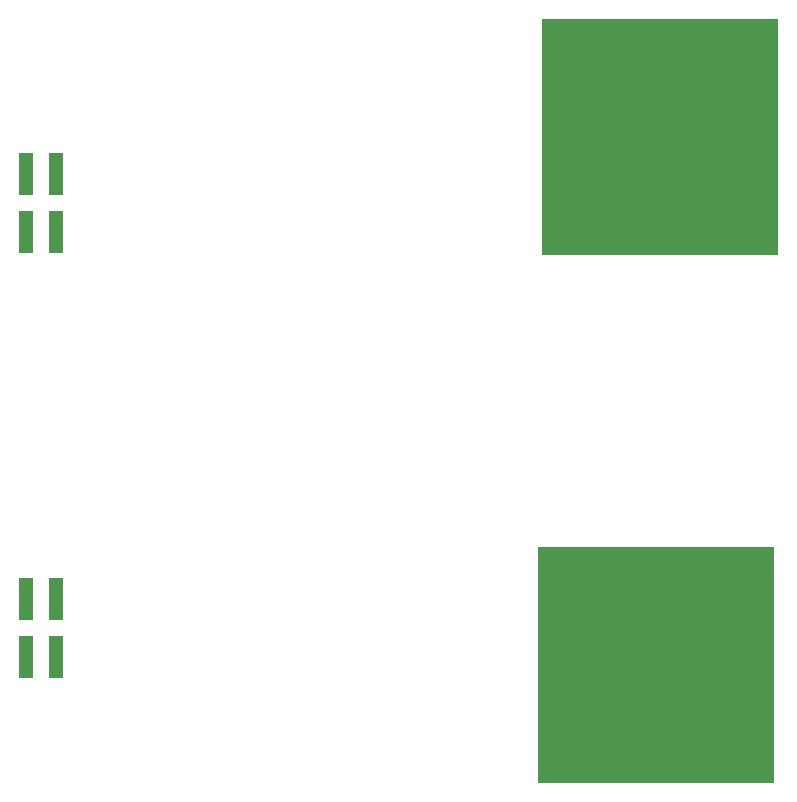
<source format=gbr>
%TF.GenerationSoftware,KiCad,Pcbnew,9.0.6*%
%TF.CreationDate,2025-12-19T02:54:44-05:00*%
%TF.ProjectId,CSI_Tester,4353495f-5465-4737-9465-722e6b696361,rev?*%
%TF.SameCoordinates,Original*%
%TF.FileFunction,Paste,Top*%
%TF.FilePolarity,Positive*%
%FSLAX46Y46*%
G04 Gerber Fmt 4.6, Leading zero omitted, Abs format (unit mm)*
G04 Created by KiCad (PCBNEW 9.0.6) date 2025-12-19 02:54:44*
%MOMM*%
%LPD*%
G01*
G04 APERTURE LIST*
%ADD10R,1.270000X3.680000*%
%ADD11R,20.000000X20.000000*%
G04 APERTURE END LIST*
D10*
%TO.C,J1*%
X93270000Y-104425000D03*
X93270000Y-109375000D03*
X90730000Y-104425000D03*
X90730000Y-109375000D03*
%TD*%
D11*
%TO.C,R1*%
X144000000Y-110000000D03*
%TD*%
%TO.C,R2*%
X144400000Y-65300000D03*
%TD*%
D10*
%TO.C,J2*%
X93270000Y-68425000D03*
X93270000Y-73375000D03*
X90730000Y-68425000D03*
X90730000Y-73375000D03*
%TD*%
M02*

</source>
